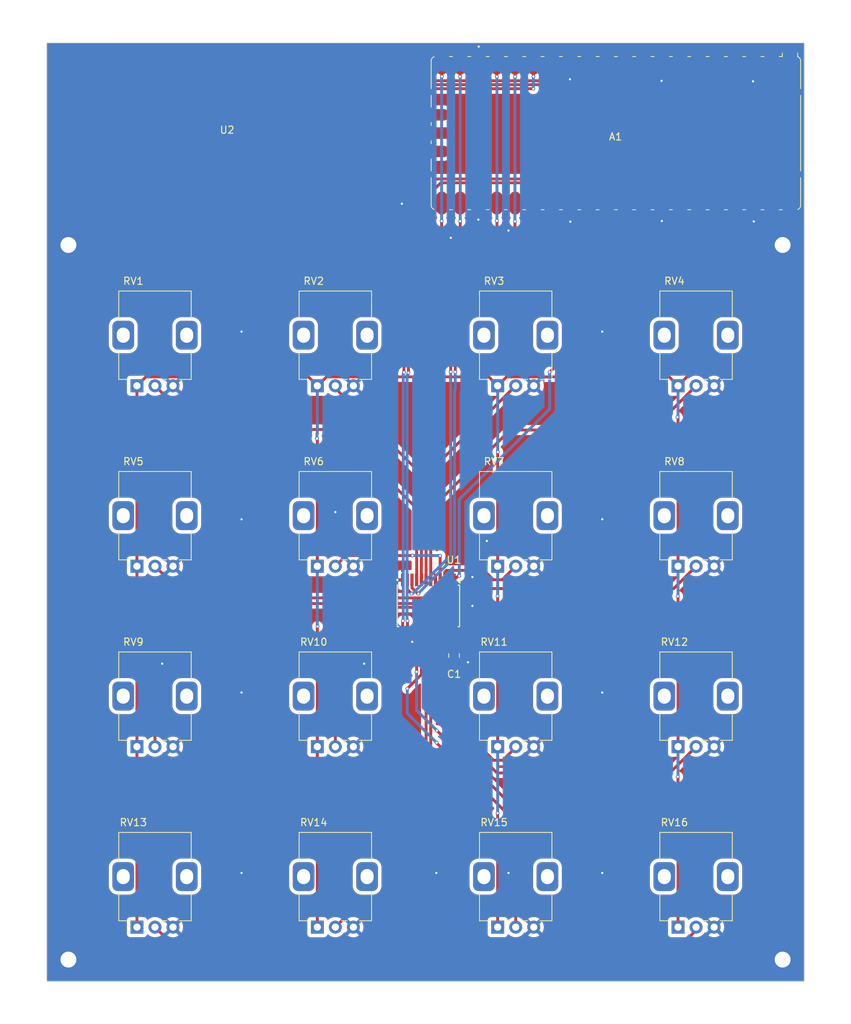
<source format=kicad_pcb>
(kicad_pcb (version 20240108) (generator "pcbnew") (generator_version "8.0")
  (layers (0 "F.Cu" signal) (31 "B.Cu" signal) (34 "B.Paste" user) (35 "F.Paste" user) (36 "B.SilkS" user "B.Silkscreen") (37 "F.SilkS" user "F.Silkscreen") (38 "B.Mask" user) (39 "F.Mask" user) (44 "Edge.Cuts" user))
  (net 0 "")
  (net 1 "/P1")
  (net 2 "+3V3")
  (net 3 "/P2")
  (net 4 "/P3")
  (net 5 "/P4")
  (net 6 "/P5")
  (net 7 "/P6")
  (net 8 "/P7")
  (net 9 "/P8")
  (net 10 "/P9")
  (net 11 "/P10")
  (net 12 "/P11")
  (net 13 "/P12")
  (net 14 "/P13")
  (net 15 "/P14")
  (net 16 "/P15")
  (net 17 "/P16")
  (net 18 "/S1")
  (net 19 "/S0")
  (net 20 "/S2")
  (net 21 "/COM")
  (net 22 "/S3")
  (net 50 "GND")
  (net 51 "/LRCK")
  (net 52 "/BCK")
  (net 53 "/DATA")
  (net 54 "VSYS")
  (net 55 "/MUTE")
  (footprint "potentiometer:potentiometer" (layer "F.Cu") (at 65 115)
    (property "Reference" "RV5")
    (property "Value" "10k")
  )
  (footprint "potentiometer:potentiometer" (layer "F.Cu") (at 65 90)
    (property "Reference" "RV1")
    (property "Value" "10k")
  )
  (footprint "potentiometer:potentiometer" (layer "F.Cu") (at 140 90)
    (property "Reference" "RV4")
    (property "Value" "10k")
  )
  (footprint "potentiometer:potentiometer" (layer "F.Cu") (at 90 140)
    (property "Reference" "RV10")
    (property "Value" "10k")
  )
  (footprint "potentiometer:potentiometer" (layer "F.Cu") (at 115 165)
    (property "Reference" "RV15")
    (property "Value" "10k")
  )
  (footprint "Package_SO:SSOP-24_5.3x8.2mm_P0.65mm" (layer "F.Cu") (at 102.9 128 -90)
    (property "Reference" "U1")
    (property "Value" "CD74HC4067SM")
  )
  (footprint "potentiometer:potentiometer" (layer "F.Cu") (at 115 115)
    (property "Reference" "RV7")
    (property "Value" "10k")
  )
  (footprint "potentiometer:potentiometer" (layer "F.Cu") (at 65 165)
    (property "Reference" "RV13")
    (property "Value" "10k")
  )
  (footprint "potentiometer:potentiometer" (layer "F.Cu") (at 115 140)
    (property "Reference" "RV11")
    (property "Value" "10k")
  )
  (footprint "audio-out-footprint:audio-out-module" (layer "F.Cu") (at 75 62.57)
    (property "Reference" "U2")
    (property "Value" "~")
  )
  (footprint "MountingHole:MountingHole_2.2mm_M2" (layer "F.Cu") (at 152 177)
    (property "Reference" "REF**" (hide yes))
    (property "Value" "MountingHole_2.2mm_M2")
  )
  (footprint "MountingHole:MountingHole_2.2mm_M2" (layer "F.Cu") (at 53 177)
    (property "Reference" "REF**" (hide yes))
    (property "Value" "MountingHole_2.2mm_M2")
  )
  (footprint "Capacitor_SMD:C_0805_2012Metric" (layer "F.Cu") (at 106.46 134.87 -90)
    (property "Reference" "C1")
    (property "Value" "C_Small")
  )
  (footprint "Module:RaspberryPi_Pico_SMD" (layer "F.Cu") (at 128.89 62.5 -90)
    (property "Reference" "A1")
    (property "Value" "RaspberryPi_Pico")
  )
  (footprint "potentiometer:potentiometer" (layer "F.Cu") (at 90 90)
    (property "Reference" "RV2")
    (property "Value" "10k")
  )
  (footprint "potentiometer:potentiometer" (layer "F.Cu") (at 140 115)
    (property "Reference" "RV8")
    (property "Value" "10k")
  )
  (footprint "potentiometer:potentiometer" (layer "F.Cu") (at 90 115)
    (property "Reference" "RV6")
    (property "Value" "10k")
  )
  (footprint "potentiometer:potentiometer" (layer "F.Cu") (at 140 165)
    (property "Reference" "RV16")
    (property "Value" "10k")
  )
  (footprint "MountingHole:MountingHole_2.2mm_M2" (layer "F.Cu") (at 152 78)
    (property "Reference" "REF**" (hide yes))
    (property "Value" "MountingHole_2.2mm_M2")
  )
  (footprint "potentiometer:potentiometer" (layer "F.Cu") (at 90 165)
    (property "Reference" "RV14")
    (property "Value" "10k")
  )
  (footprint "potentiometer:potentiometer" (layer "F.Cu") (at 140 140)
    (property "Reference" "RV12")
    (property "Value" "10k")
  )
  (footprint "potentiometer:potentiometer" (layer "F.Cu") (at 115 90)
    (property "Reference" "RV3")
    (property "Value" "10k")
  )
  (footprint "potentiometer:potentiometer" (layer "F.Cu") (at 65 140)
    (property "Reference" "RV9")
    (property "Value" "10k")
  )
  (footprint "MountingHole:MountingHole_2.2mm_M2" (layer "F.Cu") (at 53 78)
    (property "Reference" "REF**" (hide yes))
    (property "Value" "MountingHole_2.2mm_M2")
  )
  (gr_rect (start 50 50) (end 155 180) (stroke (width 0.05)) (fill none) (layer "Edge.Cuts"))
  (segment (start 90.34 103.56) (end 71.06 103.56) (width 0.4) (layer "F.Cu") (net 1))
  (segment (start 71.06 103.56) (end 65 97.5) (width 0.4) (layer "F.Cu") (net 1))
  (segment (start 101.275 114.495) (end 90.34 103.56) (width 0.4) (layer "F.Cu") (net 1))
  (segment (start 101.275 124.4) (end 101.275 114.495) (width 0.4) (layer "F.Cu") (net 1))
  (segment (start 106.475 133.905) (end 106.46 133.92) (width 0.4) (layer "F.Cu") (net 2))
  (segment (start 62.5 97.5) (end 63.727 96.273) (width 0.4) (layer "F.Cu") (net 2))
  (segment (start 63.727 96.273) (end 86.273 96.273) (width 0.4) (layer "F.Cu") (net 2))
  (segment (start 137.5 147.5) (end 137.5 126.72) (width 0.4) (layer "F.Cu") (net 2))
  (segment (start 87.5 147.5) (end 87.5 172.5) (width 0.4) (layer "F.Cu") (net 2))
  (segment (start 137.5 151.72) (end 137.45 151.67) (width 0.4) (layer "F.Cu") (net 2))
  (segment (start 112.49 131.6) (end 112.5 131.61) (width 0.4) (layer "F.Cu") (net 2))
  (segment (start 137.5 126.72) (end 137.45 126.67) (width 0.4) (layer "F.Cu") (net 2))
  (segment (start 87.5 104.87) (end 87.45 104.82) (width 0.4) (layer "F.Cu") (net 2))
  (segment (start 87.55 97.5) (end 88.777 96.273) (width 0.4) (layer "F.Cu") (net 2))
  (segment (start 86.273 96.273) (end 87.5 97.5) (width 0.4) (layer "F.Cu") (net 2))
  (segment (start 137.5 101.95) (end 137.41 101.86) (width 0.4) (layer "F.Cu") (net 2))
  (segment (start 62.5 147.5) (end 62.5 172.5) (width 0.4) (layer "F.Cu") (net 2))
  (segment (start 111.273 96.273) (end 112.5 97.5) (width 0.4) (layer "F.Cu") (net 2))
  (segment (start 136.273 96.273) (end 137.5 97.5) (width 0.4) (layer "F.Cu") (net 2))
  (segment (start 87.5 122.5) (end 87.5 104.87) (width 0.4) (layer "F.Cu") (net 2))
  (segment (start 112.5 131.61) (end 112.5 126.66) (width 0.4) (layer "F.Cu") (net 2))
  (segment (start 137.5 122.5) (end 137.5 101.95) (width 0.4) (layer "F.Cu") (net 2))
  (segment (start 112.5 97.5) (end 113.727 96.273) (width 0.4) (layer "F.Cu") (net 2))
  (segment (start 112.5 106.7) (end 112.52 106.68) (width 0.4) (layer "F.Cu") (net 2))
  (segment (start 112.5 122.5) (end 112.5 106.7) (width 0.4) (layer "F.Cu") (net 2))
  (segment (start 87.5 147.5) (end 87.5 130.88) (width 0.4) (layer "F.Cu") (net 2))
  (segment (start 62.5 97.5) (end 62.5 122.5) (width 0.4) (layer "F.Cu") (net 2))
  (segment (start 112.5 126.66) (end 112.48 126.64) (width 0.4) (layer "F.Cu") (net 2))
  (segment (start 87.5 97.5) (end 87.55 97.5) (width 0.4) (layer "F.Cu") (net 2))
  (segment (start 140.23 74.82) (end 140.23 94.77) (width 0.4) (layer "F.Cu") (net 2))
  (segment (start 106.475 131.6) (end 106.475 133.905) (width 0.4) (layer "F.Cu") (net 2))
  (segment (start 140.23 94.77) (end 137.5 97.5) (width 0.4) (layer "F.Cu") (net 2))
  (segment (start 87.5 130.88) (end 87.53 130.85) (width 0.4) (layer "F.Cu") (net 2))
  (segment (start 62.5 122.5) (end 62.5 147.5) (width 0.4) (layer "F.Cu") (net 2))
  (segment (start 112.5 147.5) (end 112.5 131.61) (width 0.4) (layer "F.Cu") (net 2))
  (segment (start 113.727 96.273) (end 136.273 96.273) (width 0.4) (layer "F.Cu") (net 2))
  (segment (start 112.5 156.71) (end 112.49 156.7) (width 0.4) (layer "F.Cu") (net 2))
  (segment (start 142.86 72.19) (end 140.23 74.82) (width 0.4) (layer "F.Cu") (net 2))
  (segment (start 88.777 96.273) (end 111.273 96.273) (width 0.4) (layer "F.Cu") (net 2))
  (segment (start 106.475 131.6) (end 112.49 131.6) (width 0.4) (layer "F.Cu") (net 2))
  (segment (start 112.5 172.5) (end 112.5 156.71) (width 0.4) (layer "F.Cu") (net 2))
  (segment (start 137.5 172.5) (end 137.5 151.72) (width 0.4) (layer "F.Cu") (net 2))
  (via (at 87.45 104.82) (size 0.5) (drill 0.3) (layers "F.Cu" "B.Cu") (net 2))
  (via (at 137.45 126.67) (size 0.5) (drill 0.3) (layers "F.Cu" "B.Cu") (net 2))
  (via (at 112.49 156.7) (size 0.5) (drill 0.3) (layers "F.Cu" "B.Cu") (net 2))
  (via (at 112.52 106.68) (size 0.5) (drill 0.3) (layers "F.Cu" "B.Cu") (net 2))
  (via (at 137.45 151.67) (size 0.5) (drill 0.3) (layers "F.Cu" "B.Cu") (net 2))
  (via (at 112.48 126.64) (size 0.5) (drill 0.3) (layers "F.Cu" "B.Cu") (net 2))
  (via (at 137.41 101.86) (size 0.5) (drill 0.3) (layers "F.Cu" "B.Cu") (net 2))
  (via (at 87.53 130.85) (size 0.5) (drill 0.3) (layers "F.Cu" "B.Cu") (net 2))
  (segment (start 87.45 104.82) (end 87.45 104.15) (width 0.4) (layer "B.Cu") (net 2))
  (segment (start 137.5 126.62) (end 137.5 122.5) (width 0.4) (layer "B.Cu") (net 2))
  (segment (start 137.45 126.67) (end 137.5 126.62) (width 0.4) (layer "B.Cu") (net 2))
  (segment (start 87.53 130.85) (end 87.53 130.66) (width 0.4) (layer "B.Cu") (net 2))
  (segment (start 87.5 130.63) (end 87.5 122.5) (width 0.4) (layer "B.Cu") (net 2))
  (segment (start 112.5 126.62) (end 112.5 122.5) (width 0.4) (layer "B.Cu") (net 2))
  (segment (start 137.5 101.77) (end 137.5 97.5) (width 0.4) (layer "B.Cu") (net 2))
  (segment (start 112.48 126.64) (end 112.5 126.62) (width 0.4) (layer "B.Cu") (net 2))
  (segment (start 87.45 104.15) (end 87.5 104.1) (width 0.4) (layer "B.Cu") (net 2))
  (segment (start 137.45 151.67) (end 137.5 151.62) (width 0.4) (layer "B.Cu") (net 2))
  (segment (start 112.49 156.7) (end 112.5 156.69) (width 0.4) (layer "B.Cu") (net 2))
  (segment (start 137.5 151.62) (end 137.5 147.5) (width 0.4) (layer "B.Cu") (net 2))
  (segment (start 112.5 106.66) (end 112.5 97.5) (width 0.4) (layer "B.Cu") (net 2))
  (segment (start 87.53 130.66) (end 87.5 130.63) (width 0.4) (layer "B.Cu") (net 2))
  (segment (start 112.5 156.69) (end 112.5 147.5) (width 0.4) (layer "B.Cu") (net 2))
  (segment (start 87.5 104.1) (end 87.5 97.5) (width 0.4) (layer "B.Cu") (net 2))
  (segment (start 137.41 101.86) (end 137.5 101.77) (width 0.4) (layer "B.Cu") (net 2))
  (segment (start 112.52 106.68) (end 112.5 106.66) (width 0.4) (layer "B.Cu") (net 2))
  (segment (start 101.925 109.775) (end 101.925 124.4) (width 0.4) (layer "F.Cu") (net 3))
  (segment (start 90 97.5) (end 90 97.85) (width 0.4) (layer "F.Cu") (net 3))
  (segment (start 90 97.85) (end 101.925 109.775) (width 0.4) (layer "F.Cu") (net 3))
  (segment (start 114.98 97.5) (end 115 97.5) (width 0.4) (layer "F.Cu") (net 4))
  (segment (start 102.575 109.905) (end 114.98 97.5) (width 0.4) (layer "F.Cu") (net 4))
  (segment (start 102.575 124.4) (end 102.575 109.905) (width 0.4) (layer "F.Cu") (net 4))
  (segment (start 103.225 124.4) (end 103.225 114.625) (width 0.4) (layer "F.Cu") (net 5))
  (segment (start 133.87 103.63) (end 140 97.5) (width 0.4) (layer "F.Cu") (net 5))
  (segment (start 114.22 103.63) (end 133.87 103.63) (width 0.4) (layer "F.Cu") (net 5))
  (segment (start 103.225 114.625) (end 114.22 103.63) (width 0.4) (layer "F.Cu") (net 5))
  (segment (start 102.489 126.89) (end 69.39 126.89) (width 0.4) (layer "F.Cu") (net 6))
  (segment (start 103.875 125.504) (end 102.489 126.89) (width 0.4) (layer "F.Cu") (net 6))
  (segment (start 69.39 126.89) (end 65 122.5) (width 0.4) (layer "F.Cu") (net 6))
  (segment (start 103.875 124.4) (end 103.875 125.504) (width 0.4) (layer "F.Cu") (net 6))
  (segment (start 104.52 121.05) (end 104.525 121.055) (width 0.4) (layer "F.Cu") (net 7))
  (segment (start 100.698 121.02) (end 91.48 121.02) (width 0.4) (layer "F.Cu") (net 7))
  (segment (start 91.48 121.02) (end 90 122.5) (width 0.4) (layer "F.Cu") (net 7))
  (segment (start 104.525 121.055) (end 104.525 124.4) (width 0.4) (layer "F.Cu") (net 7))
  (via (at 104.52 121.05) (size 0.5) (drill 0.3) (layers "F.Cu" "B.Cu") (net 7))
  (via (at 100.698 121.02) (size 0.5) (drill 0.3) (layers "F.Cu" "B.Cu") (net 7))
  (segment (start 104.49 121.02) (end 104.52 121.05) (width 0.4) (layer "B.Cu") (net 7))
  (segment (start 100.698 121.02) (end 104.49 121.02) (width 0.4) (layer "B.Cu") (net 7))
  (segment (start 105.175 123.296) (end 105.391 123.08) (width 0.4) (layer "F.Cu") (net 8))
  (segment (start 110.61 123.08) (end 111.91 124.38) (width 0.4) (layer "F.Cu") (net 8))
  (segment (start 111.91 124.38) (end 113.12 124.38) (width 0.4) (layer "F.Cu") (net 8))
  (segment (start 105.175 124.4) (end 105.175 123.296) (width 0.4) (layer "F.Cu") (net 8))
  (segment (start 105.391 123.08) (end 110.61 123.08) (width 0.4) (layer "F.Cu") (net 8))
  (segment (start 113.12 124.38) (end 115 122.5) (width 0.4) (layer "F.Cu") (net 8))
  (segment (start 105.923 125.602) (end 136.898 125.602) (width 0.4) (layer "F.Cu") (net 9))
  (segment (start 105.825 125.504) (end 105.923 125.602) (width 0.4) (layer "F.Cu") (net 9))
  (segment (start 136.898 125.602) (end 140 122.5) (width 0.4) (layer "F.Cu") (net 9))
  (segment (start 105.825 124.4) (end 105.825 125.504) (width 0.4) (layer "F.Cu") (net 9))
  (segment (start 104.41529 127.67) (end 77.44 127.67) (width 0.4) (layer "F.Cu") (net 10))
  (segment (start 65 140.11) (end 65 147.5) (width 0.4) (layer "F.Cu") (net 10))
  (segment (start 105.825 131.6) (end 105.825 129.07971) (width 0.4) (layer "F.Cu") (net 10))
  (segment (start 105.825 129.07971) (end 104.41529 127.67) (width 0.4) (layer "F.Cu") (net 10))
  (segment (start 77.44 127.67) (end 65 140.11) (width 0.4) (layer "F.Cu") (net 10))
  (segment (start 104.197 128.197) (end 98.473 128.197) (width 0.4) (layer "F.Cu") (net 11))
  (segment (start 98.473 128.197) (end 90 136.67) (width 0.4) (layer "F.Cu") (net 11))
  (segment (start 90 136.67) (end 90 147.5) (width 0.4) (layer "F.Cu") (net 11))
  (segment (start 105.175 131.6) (end 105.175 129.175) (width 0.4) (layer "F.Cu") (net 11))
  (segment (start 105.175 129.175) (end 104.197 128.197) (width 0.4) (layer "F.Cu") (net 11))
  (segment (start 113.21 149.39) (end 115 147.6) (width 0.4) (layer "F.Cu") (net 12))
  (segment (start 104.525 131.6) (end 104.525 141.979) (width 0.4) (layer "F.Cu") (net 12))
  (segment (start 104.525 141.979) (end 111.936 149.39) (width 0.4) (layer "F.Cu") (net 12))
  (segment (start 111.936 149.39) (end 113.21 149.39) (width 0.4) (layer "F.Cu") (net 12))
  (segment (start 115 147.6) (end 115 147.5) (width 0.4) (layer "F.Cu") (net 12))
  (segment (start 103.875 131.6) (end 103.875 142.595) (width 0.4) (layer "F.Cu") (net 13))
  (segment (start 103.875 142.595) (end 112.42 151.14) (width 0.4) (layer "F.Cu") (net 13))
  (segment (start 136.36 151.14) (end 140 147.5) (width 0.4) (layer "F.Cu") (net 13))
  (segment (start 112.42 151.14) (end 136.36 151.14) (width 0.4) (layer "F.Cu") (net 13))
  (segment (start 103.225 167.335) (end 95.79 174.77) (width 0.4) (layer "F.Cu") (net 14))
  (segment (start 103.225 131.6) (end 103.225 167.335) (width 0.4) (layer "F.Cu") (net 14))
  (segment (start 95.79 174.77) (end 67.27 174.77) (width 0.4) (layer "F.Cu") (net 14))
  (segment (start 67.27 174.77) (end 65 172.5) (width 0.4) (layer "F.Cu") (net 14))
  (segment (start 92.61 169.89) (end 95.21 169.89) (width 0.4) (layer "F.Cu") (net 15))
  (segment (start 102.575 162.525) (end 102.575 131.6) (width 0.4) (layer "F.Cu") (net 15))
  (segment (start 90 172.5) (end 92.61 169.89) (width 0.4) (layer "F.Cu") (net 15))
  (segment (start 95.21 169.89) (end 102.575 162.525) (width 0.4) (layer "F.Cu") (net 15))
  (segment (start 104.035 146.985) (end 115 157.95) (width 0.4) (layer "F.Cu") (net 16))
  (segment (start 115 157.95) (end 115 172.5) (width 0.4) (layer "F.Cu") (net 16))
  (segment (start 101.925 137.505) (end 99.97 139.46) (width 0.4) (layer "F.Cu") (net 16))
  (segment (start 104.035 146.945) (end 104.035 146.985) (width 0.4) (layer "F.Cu") (net 16))
  (segment (start 101.925 131.6) (end 101.925 137.505) (width 0.4) (layer "F.Cu") (net 16))
  (via (at 104.035 146.945) (size 0.5) (drill 0.3) (layers "F.Cu" "B.Cu") (net 16))
  (via (at 99.97 139.46) (size 0.5) (drill 0.3) (layers "F.Cu" "B.Cu") (net 16))
  (segment (start 104.035 146.945) (end 99.97 142.88) (width 0.4) (layer "B.Cu") (net 16))
  (segment (start 99.97 142.88) (end 99.97 139.46) (width 0.4) (layer "B.Cu") (net 16))
  (segment (start 138.8 174.13) (end 140 172.93) (width 0.4) (layer "F.Cu") (net 17))
  (segment (start 104.08 145.27) (end 132.94 174.13) (width 0.4) (layer "F.Cu") (net 17))
  (segment (start 140 172.93) (end 140 172.5) (width 0.4) (layer "F.Cu") (net 17))
  (segment (start 101.26 137.13) (end 101.275 137.115) (width 0.4) (layer "F.Cu") (net 17))
  (segment (start 101.275 137.115) (end 101.275 131.6) (width 0.4) (layer "F.Cu") (net 17))
  (segment (start 132.94 174.13) (end 138.8 174.13) (width 0.4) (layer "F.Cu") (net 17))
  (via (at 101.26 137.13) (size 0.5) (drill 0.3) (layers "F.Cu" "B.Cu") (net 17))
  (via (at 104.08 145.27) (size 0.5) (drill 0.3) (layers "F.Cu" "B.Cu") (net 17))
  (segment (start 101.26 142.45) (end 104.08 145.27) (width 0.4) (layer "B.Cu") (net 17))
  (segment (start 101.26 137.13) (end 101.26 142.45) (width 0.4) (layer "B.Cu") (net 17))
  (segment (start 105.99 85.45471) (end 105.99 95.57) (width 0.4) (layer "F.Cu") (net 18))
  (segment (start 112.4 74.65) (end 112.4 79.04471) (width 0.4) (layer "F.Cu") (net 18))
  (segment (start 112.4 79.04471) (end 105.99 85.45471) (width 0.4) (layer "F.Cu") (net 18))
  (segment (start 100.56 126.313) (end 99.975 125.728) (width 0.4) (layer "F.Cu") (net 18))
  (segment (start 112.38 54.67) (end 112.38 52.81) (width 0.4) (layer "F.Cu") (net 18))
  (segment (start 99.975 125.728) (end 99.975 124.4) (width 0.4) (layer "F.Cu") (net 18))
  (via (at 112.4 74.65) (size 0.5) (drill 0.3) (layers "F.Cu" "B.Cu") (net 18))
  (via (at 100.56 126.313) (size 0.5) (drill 0.3) (layers "F.Cu" "B.Cu") (net 18))
  (via (at 105.99 95.57) (size 0.5) (drill 0.3) (layers "F.Cu" "B.Cu") (net 18))
  (via (at 112.38 54.67) (size 0.5) (drill 0.3) (layers "F.Cu" "B.Cu") (net 18))
  (segment (start 105.99 121.02) (end 105.99 95.57) (width 0.4) (layer "B.Cu") (net 18))
  (segment (start 112.4 54.69) (end 112.4 74.65) (width 0.4) (layer "B.Cu") (net 18))
  (segment (start 100.697 126.313) (end 105.99 121.02) (width 0.4) (layer "B.Cu") (net 18))
  (segment (start 100.56 126.313) (end 100.697 126.313) (width 0.4) (layer "B.Cu") (net 18))
  (segment (start 112.38 54.67) (end 112.4 54.69) (width 0.4) (layer "B.Cu") (net 18))
  (segment (start 114.92 54.67) (end 114.92 52.81) (width 0.4) (layer "F.Cu") (net 19))
  (segment (start 101.513 126.313) (end 101.434 126.313) (width 0.4) (layer "F.Cu") (net 19))
  (segment (start 106.616539 95.594098) (end 106.616539 85.573461) (width 0.4) (layer "F.Cu") (net 19))
  (segment (start 106.616539 85.573461) (end 114.89 77.3) (width 0.4) (layer "F.Cu") (net 19))
  (segment (start 114.89 77.3) (end 114.89 74.73) (width 0.4) (layer "F.Cu") (net 19))
  (segment (start 101.434 126.313) (end 100.625 125.504) (width 0.4) (layer "F.Cu") (net 19))
  (segment (start 100.625 125.504) (end 100.625 124.4) (width 0.4) (layer "F.Cu") (net 19))
  (via (at 114.92 54.67) (size 0.5) (drill 0.3) (layers "F.Cu" "B.Cu") (net 19))
  (via (at 106.616539 95.594098) (size 0.5) (drill 0.3) (layers "F.Cu" "B.Cu") (net 19))
  (via (at 114.89 74.73) (size 0.5) (drill 0.3) (layers "F.Cu" "B.Cu") (net 19))
  (via (at 101.513 126.313) (size 0.5) (drill 0.3) (layers "F.Cu" "B.Cu") (net 19))
  (segment (start 106.517 98.073) (end 106.517 121.238291) (width 0.4) (layer "B.Cu") (net 19))
  (segment (start 106.517 121.238291) (end 101.513 126.242291) (width 0.4) (layer "B.Cu") (net 19))
  (segment (start 106.616539 97.973461) (end 106.517 98.073) (width 0.4) (layer "B.Cu") (net 19))
  (segment (start 106.616539 95.594098) (end 106.616539 97.973461) (width 0.4) (layer "B.Cu") (net 19))
  (segment (start 114.92 54.67) (end 114.89 54.7) (width 0.4) (layer "B.Cu") (net 19))
  (segment (start 101.513 126.242291) (end 101.513 126.313) (width 0.4) (layer "B.Cu") (net 19))
  (segment (start 114.89 54.7) (end 114.89 74.73) (width 0.4) (layer "B.Cu") (net 19))
  (segment (start 100.135313 95.696) (end 100.135313 85.634687) (width 0.4) (layer "F.Cu") (net 20))
  (segment (start 100 131.575) (end 99.975 131.6) (width 0.4) (layer "F.Cu") (net 20))
  (segment (start 107.31 78.46) (end 107.31 74.7) (width 0.4) (layer "F.Cu") (net 20))
  (segment (start 100 130.07) (end 100 131.575) (width 0.4) (layer "F.Cu") (net 20))
  (segment (start 107.3 54.67) (end 107.3 52.81) (width 0.4) (layer "F.Cu") (net 20))
  (segment (start 100.135313 85.634687) (end 107.31 78.46) (width 0.4) (layer "F.Cu") (net 20))
  (via (at 107.31 74.7) (size 0.5) (drill 0.3) (layers "F.Cu" "B.Cu") (net 20))
  (via (at 100 130.07) (size 0.5) (drill 0.3) (layers "F.Cu" "B.Cu") (net 20))
  (via (at 100.135313 95.696) (size 0.5) (drill 0.3) (layers "F.Cu" "B.Cu") (net 20))
  (via (at 107.3 54.67) (size 0.5) (drill 0.3) (layers "F.Cu" "B.Cu") (net 20))
  (segment (start 107.3 54.67) (end 107.31 54.68) (width 0.4) (layer "B.Cu") (net 20))
  (segment (start 99.94 130.01) (end 100 130.07) (width 0.4) (layer "B.Cu") (net 20))
  (segment (start 100.135313 95.696) (end 100.087 95.744313) (width 0.4) (layer "B.Cu") (net 20))
  (segment (start 107.31 54.68) (end 107.31 74.7) (width 0.4) (layer "B.Cu") (net 20))
  (segment (start 100.087 95.889002) (end 99.94 96.036002) (width 0.4) (layer "B.Cu") (net 20))
  (segment (start 100.087 95.744313) (end 100.087 95.889002) (width 0.4) (layer "B.Cu") (net 20))
  (segment (start 99.94 96.036002) (end 99.94 130.01) (width 0.4) (layer "B.Cu") (net 20))
  (segment (start 107.035 123.84) (end 106.475 124.4) (width 0.4) (layer "F.Cu") (net 21))
  (segment (start 130.16 72.19) (end 130.16 85.16) (width 0.4) (layer "F.Cu") (net 21))
  (segment (start 107.18 123.84) (end 107.035 123.84) (width 0.4) (layer "F.Cu") (net 21))
  (segment (start 130.16 85.16) (end 119.7 95.62) (width 0.4) (layer "F.Cu") (net 21))
  (via (at 119.7 95.62) (size 0.5) (drill 0.3) (layers "F.Cu" "B.Cu") (net 21))
  (via (at 107.18 123.84) (size 0.5) (drill 0.3) (layers "F.Cu" "B.Cu") (net 21))
  (segment (start 119.7 100.72) (end 119.7 95.62) (width 0.4) (layer "B.Cu") (net 21))
  (segment (start 107.18 113.24) (end 119.7 100.72) (width 0.4) (layer "B.Cu") (net 21))
  (segment (start 107.18 123.84) (end 107.18 113.24) (width 0.4) (layer "B.Cu") (net 21))
  (segment (start 104.73 80.29471) (end 99.51 85.51471) (width 0.4) (layer "F.Cu") (net 22))
  (segment (start 99.366237 130.071039) (end 99.325 130.112276) (width 0.4) (layer "F.Cu") (net 22))
  (segment (start 99.325 130.112276) (end 99.325 131.6) (width 0.4) (layer "F.Cu") (net 22))
  (segment (start 99.51 85.51471) (end 99.51 95.65) (width 0.4) (layer "F.Cu") (net 22))
  (segment (start 104.76 54.66) (end 104.76 52.81) (width 0.4) (layer "F.Cu") (net 22))
  (segment (start 104.73 74.68) (end 104.73 80.29471) (width 0.4) (layer "F.Cu") (net 22))
  (via (at 99.366237 130.071039) (size 0.5) (drill 0.3) (layers "F.Cu" "B.Cu") (net 22))
  (via (at 99.51 95.65) (size 0.5) (drill 0.3) (layers "F.Cu" "B.Cu") (net 22))
  (via (at 104.73 74.68) (size 0.5) (drill 0.3) (layers "F.Cu" "B.Cu") (net 22))
  (via (at 104.76 54.66) (size 0.5) (drill 0.3) (layers "F.Cu" "B.Cu") (net 22))
  (segment (start 99.366237 130.071039) (end 99.413 130.024276) (width 0.4) (layer "B.Cu") (net 22))
  (segment (start 104.73 54.69) (end 104.73 74.68) (width 0.4) (layer "B.Cu") (net 22))
  (segment (start 99.413 130.024276) (end 99.413 95.747) (width 0.4) (layer "B.Cu") (net 22))
  (segment (start 104.76 54.66) (end 104.73 54.69) (width 0.4) (layer "B.Cu") (net 22))
  (segment (start 99.413 95.747) (end 99.51 95.65) (width 0.4) (layer "B.Cu") (net 22))
  (segment (start 109.82 72.21) (end 109.84 72.19) (width 0.4) (layer "F.Cu") (net 50))
  (segment (start 109.82 74.49) (end 109.82 72.21) (width 0.4) (layer "F.Cu") (net 50))
  (segment (start 122.54 55.02) (end 122.52 55.04) (width 0.4) (layer "F.Cu") (net 50))
  (segment (start 99.325 124.4) (end 98.6 124.4) (width 0.4) (layer "F.Cu") (net 50))
  (segment (start 135.25 72.2) (end 135.24 72.19) (width 0.4) (layer "F.Cu") (net 50))
  (segment (start 97.86 73.64) (end 97.86 74) (width 0.4) (layer "F.Cu") (net 50))
  (segment (start 100.625 131.6) (end 100.625 132.935) (width 0.4) (layer "F.Cu") (net 50))
  (segment (start 122.57 72.22) (end 122.54 72.19) (width 0.4) (layer "F.Cu") (net 50))
  (segment (start 98.6 124.4) (end 98.59 124.39) (width 0.4) (layer "F.Cu") (net 50))
  (segment (start 148 72.25) (end 147.94 72.19) (width 0.4) (layer "F.Cu") (net 50))
  (segment (start 147.89 55.33) (end 147.94 55.28) (width 0.4) (layer "F.Cu") (net 50))
  (segment (start 147.94 55.28) (end 147.94 52.81) (width 0.4) (layer "F.Cu") (net 50))
  (segment (start 135.25 74.68) (end 135.25 72.2) (width 0.4) (layer "F.Cu") (net 50))
  (segment (start 148 74.74) (end 148 72.25) (width 0.4) (layer "F.Cu") (net 50))
  (segment (start 99.22 72.28) (end 97.86 73.64) (width 0.4) (layer "F.Cu") (net 50))
  (segment (start 135.24 55.24) (end 135.24 52.81) (width 0.4) (layer "F.Cu") (net 50))
  (segment (start 122.57 74.77) (end 122.57 72.22) (width 0.4) (layer "F.Cu") (net 50))
  (segment (start 109.84 50.54) (end 109.84 52.81) (width 0.4) (layer "F.Cu") (net 50))
  (segment (start 100.625 132.935) (end 100.66 132.97) (width 0.4) (layer "F.Cu") (net 50))
  (segment (start 122.54 52.81) (end 122.54 55.02) (width 0.4) (layer "F.Cu") (net 50))
  (segment (start 109.87 50.51) (end 109.84 50.54) (width 0.4) (layer "F.Cu") (net 50))
  (segment (start 135.22 55.26) (end 135.24 55.24) (width 0.4) (layer "F.Cu") (net 50))
  (via (at 94 136) (size 0.5) (drill 0.3) (layers "F.Cu" "B.Cu") (net 50))
  (via (at 104 165) (size 0.5) (drill 0.3) (layers "F.Cu" "B.Cu") (net 50))
  (via (at 100.66 132.97) (size 0.5) (drill 0.3) (layers "F.Cu" "B.Cu") (net 50))
  (via (at 114 76) (size 0.5) (drill 0.3) (layers "F.Cu" "B.Cu") (net 50))
  (via (at 122.52 55.04) (size 0.5) (drill 0.3) (layers "F.Cu" "B.Cu") (net 50))
  (via (at 109.82 74.49) (size 0.5) (drill 0.3) (layers "F.Cu" "B.Cu") (net 50))
  (via (at 77 140) (size 0.5) (drill 0.3) (layers "F.Cu" "B.Cu") (net 50))
  (via (at 106 77) (size 0.5) (drill 0.3) (layers "F.Cu" "B.Cu") (net 50))
  (via (at 77 90) (size 0.5) (drill 0.3) (layers "F.Cu" "B.Cu") (net 50))
  (via (at 77 116) (size 0.5) (drill 0.3) (layers "F.Cu" "B.Cu") (net 50))
  (via (at 135.22 55.26) (size 0.5) (drill 0.3) (layers "F.Cu" "B.Cu") (net 50))
  (via (at 114 165) (size 0.5) (drill 0.3) (layers "F.Cu" "B.Cu") (net 50))
  (via (at 147.89 55.33) (size 0.5) (drill 0.3) (layers "F.Cu" "B.Cu") (net 50))
  (via (at 109 124) (size 0.5) (drill 0.3) (layers "F.Cu" "B.Cu") (net 50))
  (via (at 127 116) (size 0.5) (drill 0.3) (layers "F.Cu" "B.Cu") (net 50))
  (via (at 77 165) (size 0.5) (drill 0.3) (layers "F.Cu" "B.Cu") (net 50))
  (via (at 99.22 72.28) (size 0.5) (drill 0.3) (layers "F.Cu" "B.Cu") (net 50))
  (via (at 109.87 50.51) (size 0.5) (drill 0.3) (layers "F.Cu" "B.Cu") (net 50))
  (via (at 127 165) (size 0.5) (drill 0.3) (layers "F.Cu" "B.Cu") (net 50))
  (via (at 98.59 124.39) (size 0.5) (drill 0.3) (layers "F.Cu" "B.Cu") (net 50))
  (via (at 122.57 74.77) (size 0.5) (drill 0.3) (layers "F.Cu" "B.Cu") (net 50))
  (via (at 127 140) (size 0.5) (drill 0.3) (layers "F.Cu" "B.Cu") (net 50))
  (via (at 127 90) (size 0.5) (drill 0.3) (layers "F.Cu" "B.Cu") (net 50))
  (via (at 90 115) (size 0.5) (drill 0.3) (layers "F.Cu" "B.Cu") (net 50))
  (via (at 135.25 74.68) (size 0.5) (drill 0.3) (layers "F.Cu" "B.Cu") (net 50))
  (via (at 111 119) (size 0.5) (drill 0.3) (layers "F.Cu" "B.Cu") (net 50))
  (via (at 66 136) (size 0.5) (drill 0.3) (layers "F.Cu" "B.Cu") (net 50))
  (via (at 109 128) (size 0.5) (drill 0.3) (layers "F.Cu" "B.Cu") (net 50))
  (via (at 108.38 135.81) (size 0.5) (drill 0.3) (layers "F.Cu" "B.Cu") (net 50))
  (via (at 148 74.74) (size 0.5) (drill 0.3) (layers "F.Cu" "B.Cu") (net 50))
  (segment (start 117.45 56.367) (end 117.433 56.35) (width 0.4) (layer "F.Cu") (net 51))
  (segment (start 117.46 54.67) (end 117.46 52.81) (width 0.4) (layer "F.Cu") (net 51))
  (segment (start 97.13 56.35) (end 92.78 52) (width 0.4) (layer "F.Cu") (net 51))
  (segment (start 117.433 56.35) (end 97.13 56.35) (width 0.4) (layer "F.Cu") (net 51))
  (segment (start 92.78 52) (end 92.78 51.14) (width 0.4) (layer "F.Cu") (net 51))
  (via (at 117.45 56.367) (size 0.5) (drill 0.3) (layers "F.Cu" "B.Cu") (net 51))
  (via (at 117.46 54.67) (size 0.5) (drill 0.3) (layers "F.Cu" "B.Cu") (net 51))
  (segment (start 117.45 56.367) (end 117.45 54.68) (width 0.4) (layer "B.Cu") (net 51))
  (segment (start 117.45 54.68) (end 117.46 54.67) (width 0.4) (layer "B.Cu") (net 51))
  (segment (start 118.97 55.25) (end 120 54.22) (width 0.4) (layer "F.Cu") (net 52))
  (segment (start 120 54.22) (end 120 52.81) (width 0.4) (layer "F.Cu") (net 52))
  (segment (start 97.86 51.14) (end 97.86 51.69) (width 0.4) (layer "F.Cu") (net 52))
  (segment (start 101.42 55.25) (end 118.97 55.25) (width 0.4) (layer "F.Cu") (net 52))
  (segment (start 97.86 51.69) (end 101.42 55.25) (width 0.4) (layer "F.Cu") (net 52))
  (segment (start 99.2 55.79) (end 123.02 55.79) (width 0.4) (layer "F.Cu") (net 53))
  (segment (start 95.32 51.91) (end 99.2 55.79) (width 0.4) (layer "F.Cu") (net 53))
  (segment (start 125.08 53.73) (end 125.08 52.81) (width 0.4) (layer "F.Cu") (net 53))
  (segment (start 123.02 55.79) (end 125.08 53.73) (width 0.4) (layer "F.Cu") (net 53))
  (segment (start 95.32 51.14) (end 95.32 51.91) (width 0.4) (layer "F.Cu") (net 53))
  (segment (start 123.975291 68.86) (end 123.971291 68.856) (width 0.4) (layer "F.Cu") (net 54))
  (segment (start 100.464 68.856) (end 95.32 74) (width 0.4) (layer "F.Cu") (net 54))
  (segment (start 148.75 68.86) (end 123.975291 68.86) (width 0.4) (layer "F.Cu") (net 54))
  (segment (start 123.971291 68.856) (end 100.464 68.856) (width 0.4) (layer "F.Cu") (net 54))
  (segment (start 150.48 72.19) (end 150.48 70.59) (width 0.4) (layer "F.Cu") (net 54))
  (segment (start 150.48 70.59) (end 148.75 68.86) (width 0.4) (layer "F.Cu") (net 54))
  (segment (start 92.78 74) (end 95.08 76.3) (width 0.4) (layer "F.Cu") (net 55))
  (segment (start 99.58 76.3) (end 99.58 74.42) (width 0.4) (layer "F.Cu") (net 55))
  (segment (start 125.08 70.71) (end 125.08 72.19) (width 0.4) (layer "F.Cu") (net 55))
  (segment (start 95.08 76.3) (end 99.58 76.3) (width 0.4) (layer "F.Cu") (net 55))
  (segment (start 123.753 69.383) (end 125.08 70.71) (width 0.4) (layer "F.Cu") (net 55))
  (segment (start 99.58 74.42) (end 104.617 69.383) (width 0.4) (layer "F.Cu") (net 55))
  (segment (start 104.617 69.383) (end 123.753 69.383) (width 0.4) (layer "F.Cu") (net 55))
  (zone (net 50) (net_name "GND") (layers "F.Cu" "B.Cu") (connect_pads (clearance 0.5)) (min_thickness 0.25) (fill yes (thermal_gap 0.5) (thermal_bridge_width 0.5))
    (polygon (pts (xy 45.96 45.31) (xy 44.83 185.91) (xy 159.94 184.66) (xy 161.19 44.06)))
  )
)
</source>
